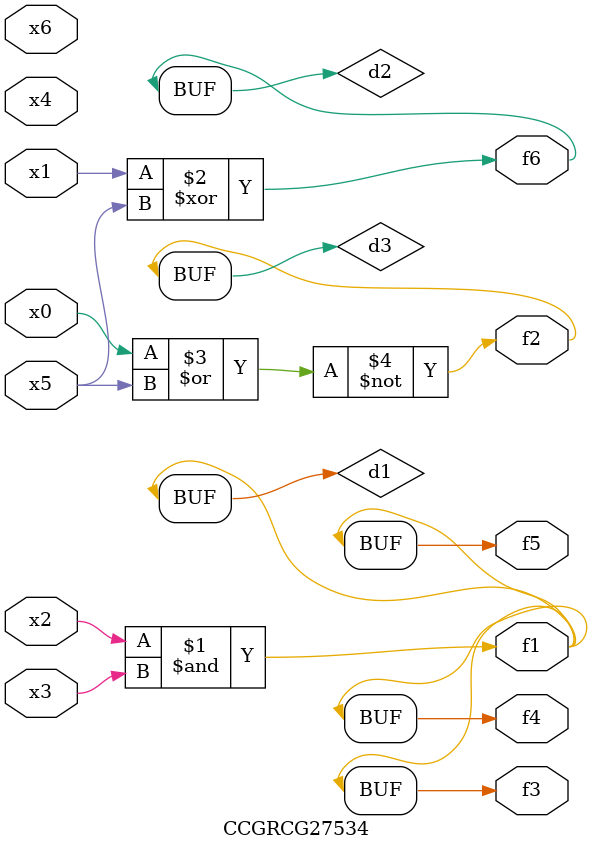
<source format=v>
module CCGRCG27534(
	input x0, x1, x2, x3, x4, x5, x6,
	output f1, f2, f3, f4, f5, f6
);

	wire d1, d2, d3;

	and (d1, x2, x3);
	xor (d2, x1, x5);
	nor (d3, x0, x5);
	assign f1 = d1;
	assign f2 = d3;
	assign f3 = d1;
	assign f4 = d1;
	assign f5 = d1;
	assign f6 = d2;
endmodule

</source>
